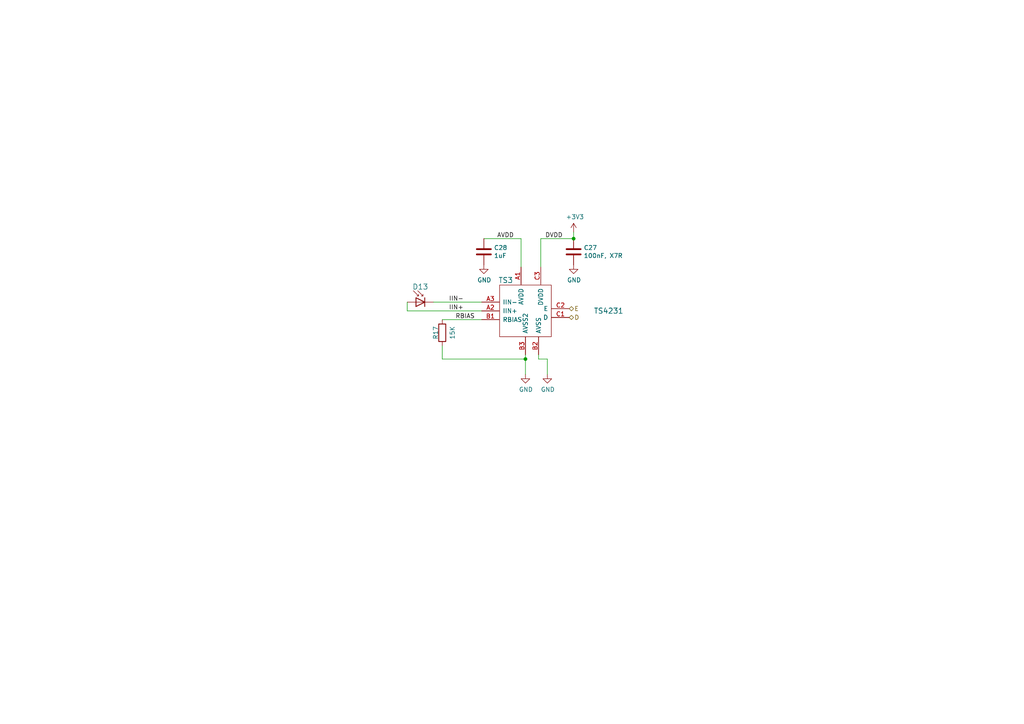
<source format=kicad_sch>
(kicad_sch (version 20211123) (generator eeschema)
  (paper "A4")
  (title_block (title "Infrared Receiver") (date "2019-09-17") (rev "1.0") (company "ISIR"))
  (lib_symbols
    (symbol "Device:C" (pin_numbers hide) (pin_names (offset 0.254))
      (property "Reference" "C" (at 0.635 2.54 0))
      (property "Value" "Device_C" (at 0.635 -2.54 0))
      (symbol "C_0_1"
        (polyline (pts (xy -2.032 -0.762) (xy 2.032 -0.762)) (stroke (width 0.508)))
        (polyline (pts (xy -2.032 0.762) (xy 2.032 0.762)) (stroke (width 0.508)))
      )
      (symbol "C_1_1"
        (pin passive line (at 0 3.81 270) (length 2.794) (name "~") (number "1"))
        (pin passive line (at 0 -3.81 90) (length 2.794) (name "~") (number "2"))
      )
    )
    (symbol "Device:R" (pin_numbers hide) (pin_names (offset 0))
      (property "Reference" "R" (at 2.032 0 90))
      (property "Value" "Device_R" (at 0 0 90))
      (symbol "R_0_1"
        (rectangle (start -1.016 -2.54) (end 1.016 2.54) (stroke (width 0.254)))
      )
      (symbol "R_1_1"
        (pin passive line (at 0 3.81 270) (length 1.27) (name "~") (number "1"))
        (pin passive line (at 0 -3.81 90) (length 1.27) (name "~") (number "2"))
      )
    )
    (symbol "TS4321:TS4231" (pin_names (offset 1.016))
      (property "Reference" "U?" (at -6.35 9.017 0))
      (property "Value" "TS4321_TS4231" (at 12.192 -6.477 0))
      (symbol "TS4231_0_1"
        (rectangle (start -7.493 7.493) (end 7.493 -7.493))
      )
      (symbol "TS4231_1_1"
        (pin power_out line (at -1.27 12.7 270) (length 5.08) (name "AVDD") (number "A1"))
        (pin input line (at -12.7 0 0) (length 5.08) (name "IIN+") (number "A2"))
        (pin input line (at -12.7 2.54 0) (length 5.08) (name "IIN-") (number "A3"))
        (pin input line (at -12.7 -2.54 0) (length 5.08) (name "RBIAS") (number "B1"))
        (pin power_in line (at 3.81 -12.7 90) (length 5.08) (name "AVSS") (number "B2"))
        (pin power_in line (at 0 -12.7 90) (length 5.08) (name "AVSS2") (number "B3"))
        (pin bidirectional line (at 12.7 -1.905 180) (length 5.08) (name "D") (number "C1"))
        (pin bidirectional line (at 12.7 0.635 180) (length 5.08) (name "E") (number "C2"))
        (pin power_in line (at 4.445 12.7 270) (length 5.08) (name "DVDD") (number "C3"))
      )
    )
    (symbol "VEMD10940FX01:VEMD10940F" (pin_numbers hide) (pin_names hide)
      (property "Reference" "D13" (at 1.27 4.445 0))
      (symbol "VEMD10940F_0_1"
        (polyline (pts (xy -2.54 1.27) (xy -2.54 -1.27)) (stroke (width 0.254)))
        (polyline (pts (xy -2.032 1.778) (xy -1.524 1.778)))
        (polyline (pts (xy 0 0) (xy -2.54 0)))
        (polyline (pts (xy -0.508 3.302) (xy -2.032 1.778) (xy -2.032 2.286)))
        (polyline (pts (xy 0 -1.27) (xy 0 1.27) (xy -2.54 0) (xy 0 -1.27)) (stroke (width 0.254)))
        (polyline (pts (xy 0.762 3.302) (xy -0.762 1.778) (xy -0.762 2.286) (xy -0.762 1.778) (xy -0.254 1.778)))
      )
      (symbol "VEMD10940F_1_1"
        (pin passive line (at -5.08 0 0) (length 2.54) (name "K") (number "1"))
        (pin passive line (at 2.54 0 180) (length 2.54) (name "A") (number "2"))
      )
    )
    (symbol "power:+3V3" (power) (pin_names (offset 0))
      (property "Value" "power_+3V3" (at 0 3.556 0))
      (symbol "+3V3_0_1"
        (polyline (pts (xy -0.762 1.27) (xy 0 2.54)))
        (polyline (pts (xy 0 0) (xy 0 2.54)))
        (polyline (pts (xy 0 2.54) (xy 0.762 1.27)))
      )
      (symbol "+3V3_1_1"
        (pin power_in line (at 0 0 90) (length 0) hide (name "+3V3") (number "1"))
      )
    )
    (symbol "power:GND" (power) (pin_names (offset 0))
      (property "Value" "power_GND" (at 0 -3.81 0))
      (symbol "GND_0_1"
        (polyline (pts (xy 0 0) (xy 0 -1.27) (xy 1.27 -1.27) (xy 0 -2.54) (xy -1.27 -1.27) (xy 0 -1.27)))
      )
      (symbol "GND_1_1"
        (pin power_in line (at 0 0 270) (length 0) hide (name "GND") (number "1"))
      )
    )
  )
  (junction (at 166.37 69.215))
  (junction (at 152.4 104.14))
  (wire (pts (xy 118.11 90.17) (xy 118.11 87.63)))
  (wire (pts (xy 152.4 104.14) (xy 152.4 102.87)))
  (wire (pts (xy 156.21 102.87) (xy 156.21 104.14)))
  (wire (pts (xy 128.27 92.71) (xy 139.7 92.71)))
  (wire (pts (xy 156.21 104.14) (xy 158.75 104.14)))
  (wire (pts (xy 166.37 67.31) (xy 166.37 69.215)))
  (wire (pts (xy 128.27 100.33) (xy 128.27 104.14)))
  (wire (pts (xy 125.73 87.63) (xy 139.7 87.63)))
  (wire (pts (xy 158.75 104.14) (xy 158.75 108.585)))
  (wire (pts (xy 156.845 69.215) (xy 166.37 69.215)))
  (wire (pts (xy 152.4 108.585) (xy 152.4 104.14)))
  (wire (pts (xy 128.27 104.14) (xy 152.4 104.14)))
  (wire (pts (xy 156.845 77.47) (xy 156.845 69.215)))
  (wire (pts (xy 140.335 69.215) (xy 151.13 69.215)))
  (wire (pts (xy 118.11 90.17) (xy 139.7 90.17)))
  (wire (pts (xy 151.13 69.215) (xy 151.13 77.47)))
  (label "IIN+" (at 130.175 90.17 0))
  (label "RBIAS" (at 132.08 92.71 0))
  (label "AVDD" (at 144.145 69.215 0))
  (label "DVDD" (at 158.115 69.215 0))
  (label "IIN-" (at 130.175 87.63 0))
  (hierarchical_label "E" (shape bidirectional) (at 165.1 89.535 0))
  (hierarchical_label "D" (shape bidirectional) (at 165.1 92.075 0))
  (symbol (lib_id "VEMD10940FX01:VEMD10940F") (at 120.65 87.63 0) (mirror y) (unit 1)
    (property "Reference" "D13" (at 121.92 83.185 0) (effects (font (size 1.524 1.524))))
    (property "Value" "VEMD10940F" (effects hide))
    (property "Footprint" "Footprints:VEMD10940FX01" (effects hide))
    (property "Datasheet" "https://www.vishay.com/docs/84171/vemd10940f.pdf" (effects hide))
    (property "Description" "SENSOR PHOTODIODE 940NM" (effects hide))
    (property "Manufacturer" "Vishay" (effects hide))
    (property "MPN" "VEMD10940F" (effects hide))
  )
  (symbol (lib_id "TS4321:TS4231") (at 152.4 90.17 0) (unit 1)
    (property "Reference" "TS3" (at 146.685 81.28 0) (effects (font (size 1.524 1.524))))
    (property "Value" "TS4231" (at 176.53 90.17 0) (effects (font (size 1.524 1.524))))
    (property "Footprint" "Package_BGA:BGA-9_1.6x1.6mm_Layout3x3_P0.5mm" (effects hide))
    (property "Datasheet" "https://www.triadsemi.com/wp-content/uploads/2019/09/TS4231-Datasheet.pdf" (effects hide))
    (property "Manufacturer" "Triad Semiconductor" (effects hide))
    (property "Link" "https://item.taobao.com/item.htm?spm=a21wu.10013406.0.0.41d97635essoP9&id=598709767439" (effects hide))
  )
  (symbol (lib_id "power:+3V3") (at 166.37 67.31 0) (unit 1)
    (property "Reference" "#PWR0132" (effects hide))
    (property "Value" "+3V3" (at 166.751 62.9158 0))
  )
  (symbol (lib_id "Device:R") (at 128.27 96.52 180) (unit 1)
    (property "Reference" "R17" (at 126.365 96.52 90))
    (property "Value" "15K" (at 131.2164 96.52 90))
    (property "Footprint" "Resistor_SMD:R_0402_1005Metric" (effects hide))
    (property "Type" "1%" (effects hide))
  )
  (symbol (lib_id "Device:C") (at 140.335 73.025 0) (unit 1)
    (property "Reference" "C28" (at 143.256 71.8566 0) (effects (justify left)))
    (property "Value" "1uF" (at 143.256 74.168 0) (effects (justify left)))
    (property "Footprint" "Capacitor_SMD:C_0402_1005Metric" (effects hide))
  )
  (symbol (lib_id "Device:C") (at 166.37 73.025 0) (unit 1)
    (property "Reference" "C27" (at 169.291 71.8566 0) (effects (justify left)))
    (property "Value" "100nF, X7R" (at 169.291 74.168 0) (effects (justify left)))
    (property "Footprint" "Capacitor_SMD:C_0402_1005Metric" (effects hide))
  )
  (symbol (lib_id "power:GND") (at 152.4 108.585 0) (unit 1)
    (property "Reference" "#PWR0130" (effects hide))
    (property "Value" "GND" (at 152.527 112.9792 0))
  )
  (symbol (lib_id "power:GND") (at 140.335 76.835 0) (unit 1)
    (property "Reference" "#PWR0129" (effects hide))
    (property "Value" "GND" (at 140.462 81.2292 0))
  )
  (symbol (lib_id "power:GND") (at 166.37 76.835 0) (unit 1)
    (property "Reference" "#PWR0133" (effects hide))
    (property "Value" "GND" (at 166.497 81.2292 0))
  )
  (symbol (lib_id "power:GND") (at 158.75 108.585 0) (unit 1)
    (property "Reference" "#PWR0131" (effects hide))
    (property "Value" "GND" (at 158.877 112.9792 0))
  )
)
</source>
